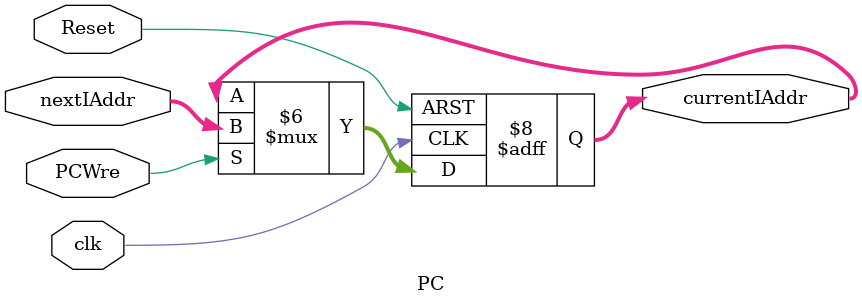
<source format=v>
`timescale 1ns / 1ps


module PC(
    input clk,
    input Reset,
    input PCWre,
    input [31:0] nextIAddr,
    output reg [31:0] currentIAddr
    );
    
    initial currentIAddr <= 0;
    
    always @(posedge clk or negedge Reset) begin
        if(Reset == 0) currentIAddr <= 0;
        else begin
            if(PCWre == 1) currentIAddr <= nextIAddr;
            else currentIAddr <= currentIAddr;
        end
    end
endmodule



</source>
